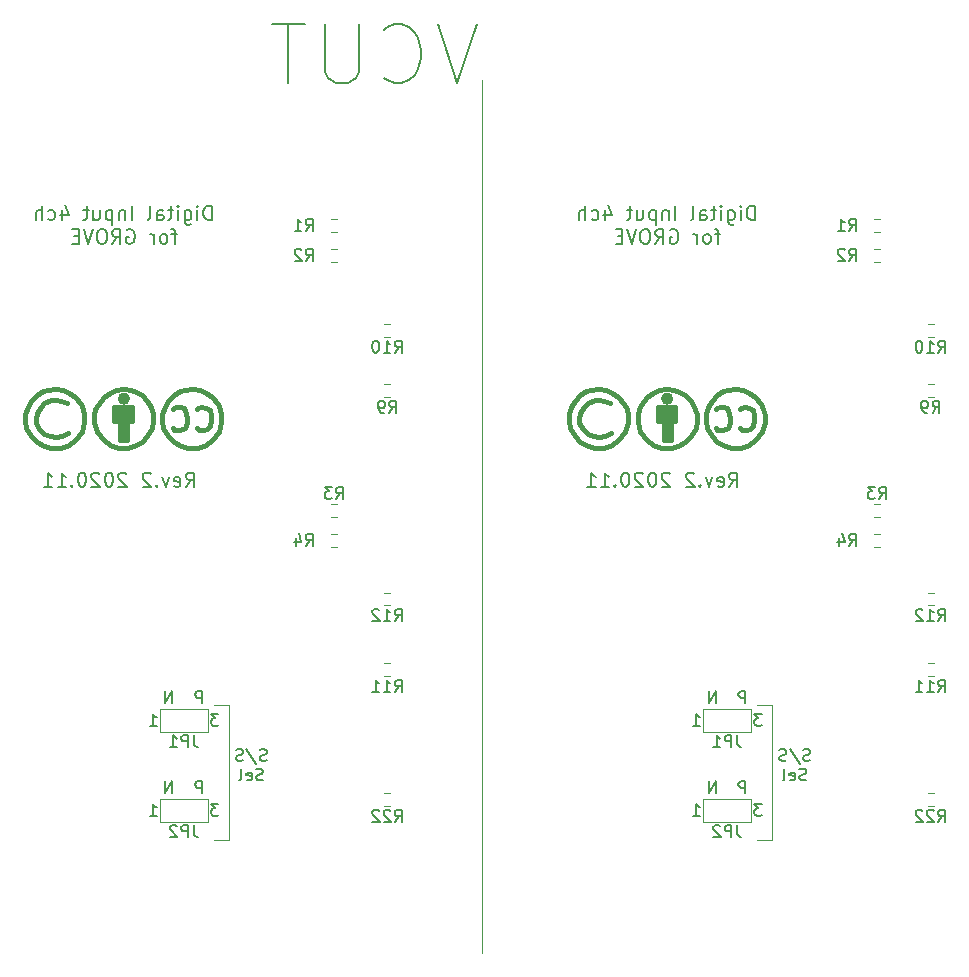
<source format=gbo>
G04 #@! TF.GenerationSoftware,KiCad,Pcbnew,(5.1.8)-1*
G04 #@! TF.CreationDate,2020-11-28T16:02:08+09:00*
G04 #@! TF.ProjectId,DigitalInput4chS,44696769-7461-46c4-996e-707574346368,2*
G04 #@! TF.SameCoordinates,Original*
G04 #@! TF.FileFunction,Legend,Bot*
G04 #@! TF.FilePolarity,Positive*
%FSLAX46Y46*%
G04 Gerber Fmt 4.6, Leading zero omitted, Abs format (unit mm)*
G04 Created by KiCad (PCBNEW (5.1.8)-1) date 2020-11-28 16:02:08*
%MOMM*%
%LPD*%
G01*
G04 APERTURE LIST*
%ADD10C,0.120000*%
%ADD11C,0.150000*%
%ADD12C,0.200000*%
%ADD13C,0.381000*%
G04 APERTURE END LIST*
D10*
X129590000Y-155460000D02*
X128320000Y-155460000D01*
X128320000Y-144030000D02*
X129590000Y-144030000D01*
X129590000Y-144030000D02*
X129590000Y-155460000D01*
D11*
X127311904Y-151467380D02*
X127311904Y-150467380D01*
X126930952Y-150467380D01*
X126835714Y-150515000D01*
X126788095Y-150562619D01*
X126740476Y-150657857D01*
X126740476Y-150800714D01*
X126788095Y-150895952D01*
X126835714Y-150943571D01*
X126930952Y-150991190D01*
X127311904Y-150991190D01*
X127311904Y-143847380D02*
X127311904Y-142847380D01*
X126930952Y-142847380D01*
X126835714Y-142895000D01*
X126788095Y-142942619D01*
X126740476Y-143037857D01*
X126740476Y-143180714D01*
X126788095Y-143275952D01*
X126835714Y-143323571D01*
X126930952Y-143371190D01*
X127311904Y-143371190D01*
X124795714Y-143847380D02*
X124795714Y-142847380D01*
X124224285Y-143847380D01*
X124224285Y-142847380D01*
X132780714Y-148689761D02*
X132637857Y-148737380D01*
X132399761Y-148737380D01*
X132304523Y-148689761D01*
X132256904Y-148642142D01*
X132209285Y-148546904D01*
X132209285Y-148451666D01*
X132256904Y-148356428D01*
X132304523Y-148308809D01*
X132399761Y-148261190D01*
X132590238Y-148213571D01*
X132685476Y-148165952D01*
X132733095Y-148118333D01*
X132780714Y-148023095D01*
X132780714Y-147927857D01*
X132733095Y-147832619D01*
X132685476Y-147785000D01*
X132590238Y-147737380D01*
X132352142Y-147737380D01*
X132209285Y-147785000D01*
X131066428Y-147689761D02*
X131923571Y-148975476D01*
X130780714Y-148689761D02*
X130637857Y-148737380D01*
X130399761Y-148737380D01*
X130304523Y-148689761D01*
X130256904Y-148642142D01*
X130209285Y-148546904D01*
X130209285Y-148451666D01*
X130256904Y-148356428D01*
X130304523Y-148308809D01*
X130399761Y-148261190D01*
X130590238Y-148213571D01*
X130685476Y-148165952D01*
X130733095Y-148118333D01*
X130780714Y-148023095D01*
X130780714Y-147927857D01*
X130733095Y-147832619D01*
X130685476Y-147785000D01*
X130590238Y-147737380D01*
X130352142Y-147737380D01*
X130209285Y-147785000D01*
X132471190Y-150339761D02*
X132328333Y-150387380D01*
X132090238Y-150387380D01*
X131995000Y-150339761D01*
X131947380Y-150292142D01*
X131899761Y-150196904D01*
X131899761Y-150101666D01*
X131947380Y-150006428D01*
X131995000Y-149958809D01*
X132090238Y-149911190D01*
X132280714Y-149863571D01*
X132375952Y-149815952D01*
X132423571Y-149768333D01*
X132471190Y-149673095D01*
X132471190Y-149577857D01*
X132423571Y-149482619D01*
X132375952Y-149435000D01*
X132280714Y-149387380D01*
X132042619Y-149387380D01*
X131899761Y-149435000D01*
X131090238Y-150339761D02*
X131185476Y-150387380D01*
X131375952Y-150387380D01*
X131471190Y-150339761D01*
X131518809Y-150244523D01*
X131518809Y-149863571D01*
X131471190Y-149768333D01*
X131375952Y-149720714D01*
X131185476Y-149720714D01*
X131090238Y-149768333D01*
X131042619Y-149863571D01*
X131042619Y-149958809D01*
X131518809Y-150054047D01*
X130471190Y-150387380D02*
X130566428Y-150339761D01*
X130614047Y-150244523D01*
X130614047Y-149387380D01*
D12*
X125948571Y-125522857D02*
X126348571Y-124951428D01*
X126634285Y-125522857D02*
X126634285Y-124322857D01*
X126177142Y-124322857D01*
X126062857Y-124380000D01*
X126005714Y-124437142D01*
X125948571Y-124551428D01*
X125948571Y-124722857D01*
X126005714Y-124837142D01*
X126062857Y-124894285D01*
X126177142Y-124951428D01*
X126634285Y-124951428D01*
X124977142Y-125465714D02*
X125091428Y-125522857D01*
X125320000Y-125522857D01*
X125434285Y-125465714D01*
X125491428Y-125351428D01*
X125491428Y-124894285D01*
X125434285Y-124780000D01*
X125320000Y-124722857D01*
X125091428Y-124722857D01*
X124977142Y-124780000D01*
X124920000Y-124894285D01*
X124920000Y-125008571D01*
X125491428Y-125122857D01*
X124520000Y-124722857D02*
X124234285Y-125522857D01*
X123948571Y-124722857D01*
X123491428Y-125408571D02*
X123434285Y-125465714D01*
X123491428Y-125522857D01*
X123548571Y-125465714D01*
X123491428Y-125408571D01*
X123491428Y-125522857D01*
X122977142Y-124437142D02*
X122920000Y-124380000D01*
X122805714Y-124322857D01*
X122520000Y-124322857D01*
X122405714Y-124380000D01*
X122348571Y-124437142D01*
X122291428Y-124551428D01*
X122291428Y-124665714D01*
X122348571Y-124837142D01*
X123034285Y-125522857D01*
X122291428Y-125522857D01*
X120920000Y-124437142D02*
X120862857Y-124380000D01*
X120748571Y-124322857D01*
X120462857Y-124322857D01*
X120348571Y-124380000D01*
X120291428Y-124437142D01*
X120234285Y-124551428D01*
X120234285Y-124665714D01*
X120291428Y-124837142D01*
X120977142Y-125522857D01*
X120234285Y-125522857D01*
X119491428Y-124322857D02*
X119377142Y-124322857D01*
X119262857Y-124380000D01*
X119205714Y-124437142D01*
X119148571Y-124551428D01*
X119091428Y-124780000D01*
X119091428Y-125065714D01*
X119148571Y-125294285D01*
X119205714Y-125408571D01*
X119262857Y-125465714D01*
X119377142Y-125522857D01*
X119491428Y-125522857D01*
X119605714Y-125465714D01*
X119662857Y-125408571D01*
X119720000Y-125294285D01*
X119777142Y-125065714D01*
X119777142Y-124780000D01*
X119720000Y-124551428D01*
X119662857Y-124437142D01*
X119605714Y-124380000D01*
X119491428Y-124322857D01*
X118634285Y-124437142D02*
X118577142Y-124380000D01*
X118462857Y-124322857D01*
X118177142Y-124322857D01*
X118062857Y-124380000D01*
X118005714Y-124437142D01*
X117948571Y-124551428D01*
X117948571Y-124665714D01*
X118005714Y-124837142D01*
X118691428Y-125522857D01*
X117948571Y-125522857D01*
X117205714Y-124322857D02*
X117091428Y-124322857D01*
X116977142Y-124380000D01*
X116920000Y-124437142D01*
X116862857Y-124551428D01*
X116805714Y-124780000D01*
X116805714Y-125065714D01*
X116862857Y-125294285D01*
X116920000Y-125408571D01*
X116977142Y-125465714D01*
X117091428Y-125522857D01*
X117205714Y-125522857D01*
X117320000Y-125465714D01*
X117377142Y-125408571D01*
X117434285Y-125294285D01*
X117491428Y-125065714D01*
X117491428Y-124780000D01*
X117434285Y-124551428D01*
X117377142Y-124437142D01*
X117320000Y-124380000D01*
X117205714Y-124322857D01*
X116291428Y-125408571D02*
X116234285Y-125465714D01*
X116291428Y-125522857D01*
X116348571Y-125465714D01*
X116291428Y-125408571D01*
X116291428Y-125522857D01*
X115091428Y-125522857D02*
X115777142Y-125522857D01*
X115434285Y-125522857D02*
X115434285Y-124322857D01*
X115548571Y-124494285D01*
X115662857Y-124608571D01*
X115777142Y-124665714D01*
X113948571Y-125522857D02*
X114634285Y-125522857D01*
X114291428Y-125522857D02*
X114291428Y-124322857D01*
X114405714Y-124494285D01*
X114520000Y-124608571D01*
X114634285Y-124665714D01*
D11*
X124795714Y-151467380D02*
X124795714Y-150467380D01*
X124224285Y-151467380D01*
X124224285Y-150467380D01*
D12*
X128128571Y-102932857D02*
X128128571Y-101732857D01*
X127842857Y-101732857D01*
X127671428Y-101790000D01*
X127557142Y-101904285D01*
X127500000Y-102018571D01*
X127442857Y-102247142D01*
X127442857Y-102418571D01*
X127500000Y-102647142D01*
X127557142Y-102761428D01*
X127671428Y-102875714D01*
X127842857Y-102932857D01*
X128128571Y-102932857D01*
X126928571Y-102932857D02*
X126928571Y-102132857D01*
X126928571Y-101732857D02*
X126985714Y-101790000D01*
X126928571Y-101847142D01*
X126871428Y-101790000D01*
X126928571Y-101732857D01*
X126928571Y-101847142D01*
X125842857Y-102132857D02*
X125842857Y-103104285D01*
X125900000Y-103218571D01*
X125957142Y-103275714D01*
X126071428Y-103332857D01*
X126242857Y-103332857D01*
X126357142Y-103275714D01*
X125842857Y-102875714D02*
X125957142Y-102932857D01*
X126185714Y-102932857D01*
X126300000Y-102875714D01*
X126357142Y-102818571D01*
X126414285Y-102704285D01*
X126414285Y-102361428D01*
X126357142Y-102247142D01*
X126300000Y-102190000D01*
X126185714Y-102132857D01*
X125957142Y-102132857D01*
X125842857Y-102190000D01*
X125271428Y-102932857D02*
X125271428Y-102132857D01*
X125271428Y-101732857D02*
X125328571Y-101790000D01*
X125271428Y-101847142D01*
X125214285Y-101790000D01*
X125271428Y-101732857D01*
X125271428Y-101847142D01*
X124871428Y-102132857D02*
X124414285Y-102132857D01*
X124700000Y-101732857D02*
X124700000Y-102761428D01*
X124642857Y-102875714D01*
X124528571Y-102932857D01*
X124414285Y-102932857D01*
X123500000Y-102932857D02*
X123500000Y-102304285D01*
X123557142Y-102190000D01*
X123671428Y-102132857D01*
X123900000Y-102132857D01*
X124014285Y-102190000D01*
X123500000Y-102875714D02*
X123614285Y-102932857D01*
X123900000Y-102932857D01*
X124014285Y-102875714D01*
X124071428Y-102761428D01*
X124071428Y-102647142D01*
X124014285Y-102532857D01*
X123900000Y-102475714D01*
X123614285Y-102475714D01*
X123500000Y-102418571D01*
X122757142Y-102932857D02*
X122871428Y-102875714D01*
X122928571Y-102761428D01*
X122928571Y-101732857D01*
X121385714Y-102932857D02*
X121385714Y-101732857D01*
X120814285Y-102132857D02*
X120814285Y-102932857D01*
X120814285Y-102247142D02*
X120757142Y-102190000D01*
X120642857Y-102132857D01*
X120471428Y-102132857D01*
X120357142Y-102190000D01*
X120300000Y-102304285D01*
X120300000Y-102932857D01*
X119728571Y-102132857D02*
X119728571Y-103332857D01*
X119728571Y-102190000D02*
X119614285Y-102132857D01*
X119385714Y-102132857D01*
X119271428Y-102190000D01*
X119214285Y-102247142D01*
X119157142Y-102361428D01*
X119157142Y-102704285D01*
X119214285Y-102818571D01*
X119271428Y-102875714D01*
X119385714Y-102932857D01*
X119614285Y-102932857D01*
X119728571Y-102875714D01*
X118128571Y-102132857D02*
X118128571Y-102932857D01*
X118642857Y-102132857D02*
X118642857Y-102761428D01*
X118585714Y-102875714D01*
X118471428Y-102932857D01*
X118300000Y-102932857D01*
X118185714Y-102875714D01*
X118128571Y-102818571D01*
X117728571Y-102132857D02*
X117271428Y-102132857D01*
X117557142Y-101732857D02*
X117557142Y-102761428D01*
X117500000Y-102875714D01*
X117385714Y-102932857D01*
X117271428Y-102932857D01*
X115442857Y-102132857D02*
X115442857Y-102932857D01*
X115728571Y-101675714D02*
X116014285Y-102532857D01*
X115271428Y-102532857D01*
X114300000Y-102875714D02*
X114414285Y-102932857D01*
X114642857Y-102932857D01*
X114757142Y-102875714D01*
X114814285Y-102818571D01*
X114871428Y-102704285D01*
X114871428Y-102361428D01*
X114814285Y-102247142D01*
X114757142Y-102190000D01*
X114642857Y-102132857D01*
X114414285Y-102132857D01*
X114300000Y-102190000D01*
X113785714Y-102932857D02*
X113785714Y-101732857D01*
X113271428Y-102932857D02*
X113271428Y-102304285D01*
X113328571Y-102190000D01*
X113442857Y-102132857D01*
X113614285Y-102132857D01*
X113728571Y-102190000D01*
X113785714Y-102247142D01*
X125185714Y-104132857D02*
X124728571Y-104132857D01*
X125014285Y-104932857D02*
X125014285Y-103904285D01*
X124957142Y-103790000D01*
X124842857Y-103732857D01*
X124728571Y-103732857D01*
X124157142Y-104932857D02*
X124271428Y-104875714D01*
X124328571Y-104818571D01*
X124385714Y-104704285D01*
X124385714Y-104361428D01*
X124328571Y-104247142D01*
X124271428Y-104190000D01*
X124157142Y-104132857D01*
X123985714Y-104132857D01*
X123871428Y-104190000D01*
X123814285Y-104247142D01*
X123757142Y-104361428D01*
X123757142Y-104704285D01*
X123814285Y-104818571D01*
X123871428Y-104875714D01*
X123985714Y-104932857D01*
X124157142Y-104932857D01*
X123242857Y-104932857D02*
X123242857Y-104132857D01*
X123242857Y-104361428D02*
X123185714Y-104247142D01*
X123128571Y-104190000D01*
X123014285Y-104132857D01*
X122900000Y-104132857D01*
X120957142Y-103790000D02*
X121071428Y-103732857D01*
X121242857Y-103732857D01*
X121414285Y-103790000D01*
X121528571Y-103904285D01*
X121585714Y-104018571D01*
X121642857Y-104247142D01*
X121642857Y-104418571D01*
X121585714Y-104647142D01*
X121528571Y-104761428D01*
X121414285Y-104875714D01*
X121242857Y-104932857D01*
X121128571Y-104932857D01*
X120957142Y-104875714D01*
X120900000Y-104818571D01*
X120900000Y-104418571D01*
X121128571Y-104418571D01*
X119700000Y-104932857D02*
X120100000Y-104361428D01*
X120385714Y-104932857D02*
X120385714Y-103732857D01*
X119928571Y-103732857D01*
X119814285Y-103790000D01*
X119757142Y-103847142D01*
X119700000Y-103961428D01*
X119700000Y-104132857D01*
X119757142Y-104247142D01*
X119814285Y-104304285D01*
X119928571Y-104361428D01*
X120385714Y-104361428D01*
X118957142Y-103732857D02*
X118728571Y-103732857D01*
X118614285Y-103790000D01*
X118500000Y-103904285D01*
X118442857Y-104132857D01*
X118442857Y-104532857D01*
X118500000Y-104761428D01*
X118614285Y-104875714D01*
X118728571Y-104932857D01*
X118957142Y-104932857D01*
X119071428Y-104875714D01*
X119185714Y-104761428D01*
X119242857Y-104532857D01*
X119242857Y-104132857D01*
X119185714Y-103904285D01*
X119071428Y-103790000D01*
X118957142Y-103732857D01*
X118100000Y-103732857D02*
X117700000Y-104932857D01*
X117300000Y-103732857D01*
X116900000Y-104304285D02*
X116500000Y-104304285D01*
X116328571Y-104932857D02*
X116900000Y-104932857D01*
X116900000Y-103732857D01*
X116328571Y-103732857D01*
D11*
X81311904Y-151467380D02*
X81311904Y-150467380D01*
X80930952Y-150467380D01*
X80835714Y-150515000D01*
X80788095Y-150562619D01*
X80740476Y-150657857D01*
X80740476Y-150800714D01*
X80788095Y-150895952D01*
X80835714Y-150943571D01*
X80930952Y-150991190D01*
X81311904Y-150991190D01*
X78795714Y-143847380D02*
X78795714Y-142847380D01*
X78224285Y-143847380D01*
X78224285Y-142847380D01*
D12*
X82128571Y-102932857D02*
X82128571Y-101732857D01*
X81842857Y-101732857D01*
X81671428Y-101790000D01*
X81557142Y-101904285D01*
X81500000Y-102018571D01*
X81442857Y-102247142D01*
X81442857Y-102418571D01*
X81500000Y-102647142D01*
X81557142Y-102761428D01*
X81671428Y-102875714D01*
X81842857Y-102932857D01*
X82128571Y-102932857D01*
X80928571Y-102932857D02*
X80928571Y-102132857D01*
X80928571Y-101732857D02*
X80985714Y-101790000D01*
X80928571Y-101847142D01*
X80871428Y-101790000D01*
X80928571Y-101732857D01*
X80928571Y-101847142D01*
X79842857Y-102132857D02*
X79842857Y-103104285D01*
X79900000Y-103218571D01*
X79957142Y-103275714D01*
X80071428Y-103332857D01*
X80242857Y-103332857D01*
X80357142Y-103275714D01*
X79842857Y-102875714D02*
X79957142Y-102932857D01*
X80185714Y-102932857D01*
X80300000Y-102875714D01*
X80357142Y-102818571D01*
X80414285Y-102704285D01*
X80414285Y-102361428D01*
X80357142Y-102247142D01*
X80300000Y-102190000D01*
X80185714Y-102132857D01*
X79957142Y-102132857D01*
X79842857Y-102190000D01*
X79271428Y-102932857D02*
X79271428Y-102132857D01*
X79271428Y-101732857D02*
X79328571Y-101790000D01*
X79271428Y-101847142D01*
X79214285Y-101790000D01*
X79271428Y-101732857D01*
X79271428Y-101847142D01*
X78871428Y-102132857D02*
X78414285Y-102132857D01*
X78700000Y-101732857D02*
X78700000Y-102761428D01*
X78642857Y-102875714D01*
X78528571Y-102932857D01*
X78414285Y-102932857D01*
X77500000Y-102932857D02*
X77500000Y-102304285D01*
X77557142Y-102190000D01*
X77671428Y-102132857D01*
X77900000Y-102132857D01*
X78014285Y-102190000D01*
X77500000Y-102875714D02*
X77614285Y-102932857D01*
X77900000Y-102932857D01*
X78014285Y-102875714D01*
X78071428Y-102761428D01*
X78071428Y-102647142D01*
X78014285Y-102532857D01*
X77900000Y-102475714D01*
X77614285Y-102475714D01*
X77500000Y-102418571D01*
X76757142Y-102932857D02*
X76871428Y-102875714D01*
X76928571Y-102761428D01*
X76928571Y-101732857D01*
X75385714Y-102932857D02*
X75385714Y-101732857D01*
X74814285Y-102132857D02*
X74814285Y-102932857D01*
X74814285Y-102247142D02*
X74757142Y-102190000D01*
X74642857Y-102132857D01*
X74471428Y-102132857D01*
X74357142Y-102190000D01*
X74300000Y-102304285D01*
X74300000Y-102932857D01*
X73728571Y-102132857D02*
X73728571Y-103332857D01*
X73728571Y-102190000D02*
X73614285Y-102132857D01*
X73385714Y-102132857D01*
X73271428Y-102190000D01*
X73214285Y-102247142D01*
X73157142Y-102361428D01*
X73157142Y-102704285D01*
X73214285Y-102818571D01*
X73271428Y-102875714D01*
X73385714Y-102932857D01*
X73614285Y-102932857D01*
X73728571Y-102875714D01*
X72128571Y-102132857D02*
X72128571Y-102932857D01*
X72642857Y-102132857D02*
X72642857Y-102761428D01*
X72585714Y-102875714D01*
X72471428Y-102932857D01*
X72300000Y-102932857D01*
X72185714Y-102875714D01*
X72128571Y-102818571D01*
X71728571Y-102132857D02*
X71271428Y-102132857D01*
X71557142Y-101732857D02*
X71557142Y-102761428D01*
X71500000Y-102875714D01*
X71385714Y-102932857D01*
X71271428Y-102932857D01*
X69442857Y-102132857D02*
X69442857Y-102932857D01*
X69728571Y-101675714D02*
X70014285Y-102532857D01*
X69271428Y-102532857D01*
X68300000Y-102875714D02*
X68414285Y-102932857D01*
X68642857Y-102932857D01*
X68757142Y-102875714D01*
X68814285Y-102818571D01*
X68871428Y-102704285D01*
X68871428Y-102361428D01*
X68814285Y-102247142D01*
X68757142Y-102190000D01*
X68642857Y-102132857D01*
X68414285Y-102132857D01*
X68300000Y-102190000D01*
X67785714Y-102932857D02*
X67785714Y-101732857D01*
X67271428Y-102932857D02*
X67271428Y-102304285D01*
X67328571Y-102190000D01*
X67442857Y-102132857D01*
X67614285Y-102132857D01*
X67728571Y-102190000D01*
X67785714Y-102247142D01*
X79185714Y-104132857D02*
X78728571Y-104132857D01*
X79014285Y-104932857D02*
X79014285Y-103904285D01*
X78957142Y-103790000D01*
X78842857Y-103732857D01*
X78728571Y-103732857D01*
X78157142Y-104932857D02*
X78271428Y-104875714D01*
X78328571Y-104818571D01*
X78385714Y-104704285D01*
X78385714Y-104361428D01*
X78328571Y-104247142D01*
X78271428Y-104190000D01*
X78157142Y-104132857D01*
X77985714Y-104132857D01*
X77871428Y-104190000D01*
X77814285Y-104247142D01*
X77757142Y-104361428D01*
X77757142Y-104704285D01*
X77814285Y-104818571D01*
X77871428Y-104875714D01*
X77985714Y-104932857D01*
X78157142Y-104932857D01*
X77242857Y-104932857D02*
X77242857Y-104132857D01*
X77242857Y-104361428D02*
X77185714Y-104247142D01*
X77128571Y-104190000D01*
X77014285Y-104132857D01*
X76900000Y-104132857D01*
X74957142Y-103790000D02*
X75071428Y-103732857D01*
X75242857Y-103732857D01*
X75414285Y-103790000D01*
X75528571Y-103904285D01*
X75585714Y-104018571D01*
X75642857Y-104247142D01*
X75642857Y-104418571D01*
X75585714Y-104647142D01*
X75528571Y-104761428D01*
X75414285Y-104875714D01*
X75242857Y-104932857D01*
X75128571Y-104932857D01*
X74957142Y-104875714D01*
X74900000Y-104818571D01*
X74900000Y-104418571D01*
X75128571Y-104418571D01*
X73700000Y-104932857D02*
X74100000Y-104361428D01*
X74385714Y-104932857D02*
X74385714Y-103732857D01*
X73928571Y-103732857D01*
X73814285Y-103790000D01*
X73757142Y-103847142D01*
X73700000Y-103961428D01*
X73700000Y-104132857D01*
X73757142Y-104247142D01*
X73814285Y-104304285D01*
X73928571Y-104361428D01*
X74385714Y-104361428D01*
X72957142Y-103732857D02*
X72728571Y-103732857D01*
X72614285Y-103790000D01*
X72500000Y-103904285D01*
X72442857Y-104132857D01*
X72442857Y-104532857D01*
X72500000Y-104761428D01*
X72614285Y-104875714D01*
X72728571Y-104932857D01*
X72957142Y-104932857D01*
X73071428Y-104875714D01*
X73185714Y-104761428D01*
X73242857Y-104532857D01*
X73242857Y-104132857D01*
X73185714Y-103904285D01*
X73071428Y-103790000D01*
X72957142Y-103732857D01*
X72100000Y-103732857D02*
X71700000Y-104932857D01*
X71300000Y-103732857D01*
X70900000Y-104304285D02*
X70500000Y-104304285D01*
X70328571Y-104932857D02*
X70900000Y-104932857D01*
X70900000Y-103732857D01*
X70328571Y-103732857D01*
X79948571Y-125522857D02*
X80348571Y-124951428D01*
X80634285Y-125522857D02*
X80634285Y-124322857D01*
X80177142Y-124322857D01*
X80062857Y-124380000D01*
X80005714Y-124437142D01*
X79948571Y-124551428D01*
X79948571Y-124722857D01*
X80005714Y-124837142D01*
X80062857Y-124894285D01*
X80177142Y-124951428D01*
X80634285Y-124951428D01*
X78977142Y-125465714D02*
X79091428Y-125522857D01*
X79320000Y-125522857D01*
X79434285Y-125465714D01*
X79491428Y-125351428D01*
X79491428Y-124894285D01*
X79434285Y-124780000D01*
X79320000Y-124722857D01*
X79091428Y-124722857D01*
X78977142Y-124780000D01*
X78920000Y-124894285D01*
X78920000Y-125008571D01*
X79491428Y-125122857D01*
X78520000Y-124722857D02*
X78234285Y-125522857D01*
X77948571Y-124722857D01*
X77491428Y-125408571D02*
X77434285Y-125465714D01*
X77491428Y-125522857D01*
X77548571Y-125465714D01*
X77491428Y-125408571D01*
X77491428Y-125522857D01*
X76977142Y-124437142D02*
X76920000Y-124380000D01*
X76805714Y-124322857D01*
X76520000Y-124322857D01*
X76405714Y-124380000D01*
X76348571Y-124437142D01*
X76291428Y-124551428D01*
X76291428Y-124665714D01*
X76348571Y-124837142D01*
X77034285Y-125522857D01*
X76291428Y-125522857D01*
X74920000Y-124437142D02*
X74862857Y-124380000D01*
X74748571Y-124322857D01*
X74462857Y-124322857D01*
X74348571Y-124380000D01*
X74291428Y-124437142D01*
X74234285Y-124551428D01*
X74234285Y-124665714D01*
X74291428Y-124837142D01*
X74977142Y-125522857D01*
X74234285Y-125522857D01*
X73491428Y-124322857D02*
X73377142Y-124322857D01*
X73262857Y-124380000D01*
X73205714Y-124437142D01*
X73148571Y-124551428D01*
X73091428Y-124780000D01*
X73091428Y-125065714D01*
X73148571Y-125294285D01*
X73205714Y-125408571D01*
X73262857Y-125465714D01*
X73377142Y-125522857D01*
X73491428Y-125522857D01*
X73605714Y-125465714D01*
X73662857Y-125408571D01*
X73720000Y-125294285D01*
X73777142Y-125065714D01*
X73777142Y-124780000D01*
X73720000Y-124551428D01*
X73662857Y-124437142D01*
X73605714Y-124380000D01*
X73491428Y-124322857D01*
X72634285Y-124437142D02*
X72577142Y-124380000D01*
X72462857Y-124322857D01*
X72177142Y-124322857D01*
X72062857Y-124380000D01*
X72005714Y-124437142D01*
X71948571Y-124551428D01*
X71948571Y-124665714D01*
X72005714Y-124837142D01*
X72691428Y-125522857D01*
X71948571Y-125522857D01*
X71205714Y-124322857D02*
X71091428Y-124322857D01*
X70977142Y-124380000D01*
X70920000Y-124437142D01*
X70862857Y-124551428D01*
X70805714Y-124780000D01*
X70805714Y-125065714D01*
X70862857Y-125294285D01*
X70920000Y-125408571D01*
X70977142Y-125465714D01*
X71091428Y-125522857D01*
X71205714Y-125522857D01*
X71320000Y-125465714D01*
X71377142Y-125408571D01*
X71434285Y-125294285D01*
X71491428Y-125065714D01*
X71491428Y-124780000D01*
X71434285Y-124551428D01*
X71377142Y-124437142D01*
X71320000Y-124380000D01*
X71205714Y-124322857D01*
X70291428Y-125408571D02*
X70234285Y-125465714D01*
X70291428Y-125522857D01*
X70348571Y-125465714D01*
X70291428Y-125408571D01*
X70291428Y-125522857D01*
X69091428Y-125522857D02*
X69777142Y-125522857D01*
X69434285Y-125522857D02*
X69434285Y-124322857D01*
X69548571Y-124494285D01*
X69662857Y-124608571D01*
X69777142Y-124665714D01*
X67948571Y-125522857D02*
X68634285Y-125522857D01*
X68291428Y-125522857D02*
X68291428Y-124322857D01*
X68405714Y-124494285D01*
X68520000Y-124608571D01*
X68634285Y-124665714D01*
D11*
X78795714Y-151467380D02*
X78795714Y-150467380D01*
X78224285Y-151467380D01*
X78224285Y-150467380D01*
X86780714Y-148689761D02*
X86637857Y-148737380D01*
X86399761Y-148737380D01*
X86304523Y-148689761D01*
X86256904Y-148642142D01*
X86209285Y-148546904D01*
X86209285Y-148451666D01*
X86256904Y-148356428D01*
X86304523Y-148308809D01*
X86399761Y-148261190D01*
X86590238Y-148213571D01*
X86685476Y-148165952D01*
X86733095Y-148118333D01*
X86780714Y-148023095D01*
X86780714Y-147927857D01*
X86733095Y-147832619D01*
X86685476Y-147785000D01*
X86590238Y-147737380D01*
X86352142Y-147737380D01*
X86209285Y-147785000D01*
X85066428Y-147689761D02*
X85923571Y-148975476D01*
X84780714Y-148689761D02*
X84637857Y-148737380D01*
X84399761Y-148737380D01*
X84304523Y-148689761D01*
X84256904Y-148642142D01*
X84209285Y-148546904D01*
X84209285Y-148451666D01*
X84256904Y-148356428D01*
X84304523Y-148308809D01*
X84399761Y-148261190D01*
X84590238Y-148213571D01*
X84685476Y-148165952D01*
X84733095Y-148118333D01*
X84780714Y-148023095D01*
X84780714Y-147927857D01*
X84733095Y-147832619D01*
X84685476Y-147785000D01*
X84590238Y-147737380D01*
X84352142Y-147737380D01*
X84209285Y-147785000D01*
X86471190Y-150339761D02*
X86328333Y-150387380D01*
X86090238Y-150387380D01*
X85995000Y-150339761D01*
X85947380Y-150292142D01*
X85899761Y-150196904D01*
X85899761Y-150101666D01*
X85947380Y-150006428D01*
X85995000Y-149958809D01*
X86090238Y-149911190D01*
X86280714Y-149863571D01*
X86375952Y-149815952D01*
X86423571Y-149768333D01*
X86471190Y-149673095D01*
X86471190Y-149577857D01*
X86423571Y-149482619D01*
X86375952Y-149435000D01*
X86280714Y-149387380D01*
X86042619Y-149387380D01*
X85899761Y-149435000D01*
X85090238Y-150339761D02*
X85185476Y-150387380D01*
X85375952Y-150387380D01*
X85471190Y-150339761D01*
X85518809Y-150244523D01*
X85518809Y-149863571D01*
X85471190Y-149768333D01*
X85375952Y-149720714D01*
X85185476Y-149720714D01*
X85090238Y-149768333D01*
X85042619Y-149863571D01*
X85042619Y-149958809D01*
X85518809Y-150054047D01*
X84471190Y-150387380D02*
X84566428Y-150339761D01*
X84614047Y-150244523D01*
X84614047Y-149387380D01*
X81311904Y-143847380D02*
X81311904Y-142847380D01*
X80930952Y-142847380D01*
X80835714Y-142895000D01*
X80788095Y-142942619D01*
X80740476Y-143037857D01*
X80740476Y-143180714D01*
X80788095Y-143275952D01*
X80835714Y-143323571D01*
X80930952Y-143371190D01*
X81311904Y-143371190D01*
D10*
X83590000Y-144030000D02*
X83590000Y-155460000D01*
X83590000Y-155460000D02*
X82320000Y-155460000D01*
X82320000Y-144030000D02*
X83590000Y-144030000D01*
X105000000Y-91100000D02*
X105000000Y-165000000D01*
D11*
X104590476Y-86361904D02*
X102923809Y-91361904D01*
X101257142Y-86361904D01*
X96733333Y-90885714D02*
X96971428Y-91123809D01*
X97685714Y-91361904D01*
X98161904Y-91361904D01*
X98876190Y-91123809D01*
X99352380Y-90647619D01*
X99590476Y-90171428D01*
X99828571Y-89219047D01*
X99828571Y-88504761D01*
X99590476Y-87552380D01*
X99352380Y-87076190D01*
X98876190Y-86600000D01*
X98161904Y-86361904D01*
X97685714Y-86361904D01*
X96971428Y-86600000D01*
X96733333Y-86838095D01*
X94590476Y-86361904D02*
X94590476Y-90409523D01*
X94352380Y-90885714D01*
X94114285Y-91123809D01*
X93638095Y-91361904D01*
X92685714Y-91361904D01*
X92209523Y-91123809D01*
X91971428Y-90885714D01*
X91733333Y-90409523D01*
X91733333Y-86361904D01*
X90066666Y-86361904D02*
X87209523Y-86361904D01*
X88638095Y-91361904D02*
X88638095Y-86361904D01*
D10*
X142745276Y-140477500D02*
X143254724Y-140477500D01*
X142745276Y-141522500D02*
X143254724Y-141522500D01*
X142745276Y-116837500D02*
X143254724Y-116837500D01*
X142745276Y-117882500D02*
X143254724Y-117882500D01*
X142745276Y-151477500D02*
X143254724Y-151477500D01*
X142745276Y-152522500D02*
X143254724Y-152522500D01*
D13*
X124954360Y-121748180D02*
X124456520Y-121250340D01*
X128655140Y-118550320D02*
X128855800Y-118949100D01*
X124456520Y-118248060D02*
X124954360Y-117750220D01*
X126056720Y-120147980D02*
X125856060Y-120549300D01*
X128055700Y-119449480D02*
X128055700Y-119848260D01*
X123956140Y-119350420D02*
X124154260Y-118748440D01*
X126854280Y-118949100D02*
X126955880Y-118850040D01*
X127755980Y-120648360D02*
X127456260Y-120749960D01*
X127054940Y-120749960D02*
X126854280Y-120549300D01*
X126155780Y-122248560D02*
X125556340Y-122050440D01*
X125454740Y-117447960D02*
X125856060Y-117348900D01*
X125856060Y-117348900D02*
X126455500Y-117249840D01*
X125754460Y-118850040D02*
X125955120Y-119248820D01*
X125556340Y-122050440D02*
X124954360Y-121748180D01*
X124954360Y-118850040D02*
X125155020Y-118748440D01*
X125155020Y-118748440D02*
X125454740Y-118748440D01*
X128954860Y-120048920D02*
X128756740Y-120849020D01*
X123956140Y-119949860D02*
X123956140Y-119350420D01*
X125256620Y-120749960D02*
X124954360Y-120749960D01*
X125454740Y-120749960D02*
X125256620Y-120749960D01*
X128154760Y-121550060D02*
X127654380Y-121948840D01*
X126955880Y-118850040D02*
X127255600Y-118748440D01*
X126554560Y-117249840D02*
X127156540Y-117348900D01*
X124855300Y-118949100D02*
X124954360Y-118850040D01*
X127654380Y-121948840D02*
X126955880Y-122248560D01*
X126955880Y-122248560D02*
X126155780Y-122248560D01*
X125856060Y-120549300D02*
X125454740Y-120749960D01*
X128954860Y-119449480D02*
X128954860Y-120048920D01*
X127956640Y-120348640D02*
X127755980Y-120648360D01*
X127654380Y-117549560D02*
X128154760Y-117948340D01*
X124456520Y-121250340D02*
X124055200Y-120549300D01*
X127654380Y-118850040D02*
X127956640Y-119048160D01*
X127156540Y-117348900D02*
X127654380Y-117549560D01*
X127255600Y-118748440D02*
X127654380Y-118850040D01*
X128855800Y-118949100D02*
X128954860Y-119449480D01*
X124954360Y-120749960D02*
X124855300Y-120549300D01*
X128055700Y-119848260D02*
X127956640Y-120348640D01*
X124055200Y-120549300D02*
X123956140Y-119949860D01*
X124154260Y-118748440D02*
X124456520Y-118248060D01*
X128154760Y-117948340D02*
X128655140Y-118550320D01*
X127456260Y-120749960D02*
X127054940Y-120749960D01*
X126455500Y-117249840D02*
X126554560Y-117249840D01*
X124954360Y-117750220D02*
X125454740Y-117447960D01*
X128756740Y-120849020D02*
X128154760Y-121550060D01*
X125955120Y-119248820D02*
X126056720Y-119749200D01*
X126056720Y-119749200D02*
X126056720Y-120147980D01*
X125454740Y-118748440D02*
X125754460Y-118850040D01*
X127956640Y-119048160D02*
X128055700Y-119449480D01*
X115358380Y-118246460D02*
X115858760Y-118447120D01*
X116557260Y-117946740D02*
X117057640Y-118548720D01*
X113257800Y-120146380D02*
X113257800Y-119747600D01*
X113557520Y-120646760D02*
X113257800Y-120146380D01*
X113257800Y-119747600D02*
X113356860Y-119247220D01*
X113356860Y-119247220D02*
X113659120Y-118746840D01*
X113659120Y-118746840D02*
X113958840Y-118447120D01*
X113958840Y-118447120D02*
X114558280Y-118147400D01*
X113958840Y-121048080D02*
X113557520Y-120646760D01*
X114558280Y-118147400D02*
X114957060Y-118147400D01*
X114858000Y-117248240D02*
X114957060Y-117248240D01*
X114459220Y-121248740D02*
X113958840Y-121048080D01*
X116056880Y-117547960D02*
X116557260Y-117946740D01*
X114957060Y-121347800D02*
X114459220Y-121248740D01*
X114957060Y-118147400D02*
X115358380Y-118246460D01*
X115559040Y-117347300D02*
X116056880Y-117547960D01*
X117057640Y-118548720D02*
X117258300Y-118947500D01*
X114957060Y-117248240D02*
X115559040Y-117347300D01*
X117258300Y-118947500D02*
X117357360Y-119447880D01*
X117357360Y-119447880D02*
X117357360Y-120047320D01*
X115957820Y-120946480D02*
X115457440Y-121248740D01*
X115457440Y-121248740D02*
X114957060Y-121347800D01*
X117357360Y-120047320D02*
X117159240Y-120847420D01*
X117159240Y-120847420D02*
X116557260Y-121548460D01*
X116557260Y-121548460D02*
X116056880Y-121947240D01*
X112358640Y-119348820D02*
X112556760Y-118746840D01*
X114558280Y-122246960D02*
X113958840Y-122048840D01*
X113356860Y-121746580D02*
X112859020Y-121248740D01*
X113356860Y-117748620D02*
X113857240Y-117446360D01*
X112859020Y-118246460D02*
X113356860Y-117748620D01*
X112358640Y-119948260D02*
X112358640Y-119348820D01*
X114258560Y-117347300D02*
X114858000Y-117248240D01*
X115358380Y-122246960D02*
X114558280Y-122246960D01*
X112556760Y-118746840D02*
X112859020Y-118246460D01*
X113857240Y-117446360D02*
X114258560Y-117347300D01*
X116056880Y-121947240D02*
X115358380Y-122246960D01*
X112457700Y-120547700D02*
X112358640Y-119948260D01*
X113958840Y-122048840D02*
X113356860Y-121746580D01*
X112859020Y-121248740D02*
X112457700Y-120547700D01*
X119000740Y-121566240D02*
X119501120Y-121965020D01*
X119899900Y-118764620D02*
X121401040Y-118764620D01*
X121401040Y-118764620D02*
X121401040Y-119966040D01*
X121015666Y-118066120D02*
G75*
G03*
X121015666Y-118066120I-315666J0D01*
G01*
X120999720Y-122264740D02*
X121599160Y-122066620D01*
X120600940Y-117266020D02*
X119998960Y-117365080D01*
X120400280Y-121566240D02*
X120900660Y-121566240D01*
X120400280Y-120065100D02*
X120400280Y-121566240D01*
X118299700Y-118965280D02*
X118200640Y-119465660D01*
X118398760Y-120865200D02*
X119000740Y-121566240D01*
X122698980Y-121266520D02*
X123100300Y-120565480D01*
X120999720Y-121566240D02*
X120999720Y-119966040D01*
X118200640Y-120065100D02*
X118398760Y-120865200D01*
X120199620Y-122264740D02*
X120999720Y-122264740D01*
X123199360Y-119966040D02*
X123199360Y-119366600D01*
X122201140Y-117766400D02*
X121700760Y-117464140D01*
X119998960Y-117365080D02*
X119501120Y-117565740D01*
X121700760Y-117464140D02*
X121299440Y-117365080D01*
X121299440Y-117365080D02*
X120700000Y-117266020D01*
X119000740Y-117964520D02*
X118500360Y-118566500D01*
X120700000Y-120065100D02*
X120700000Y-121365580D01*
X121200380Y-119366600D02*
X119998960Y-119366600D01*
X119998960Y-119064340D02*
X121299440Y-119064340D01*
X120799060Y-121566240D02*
X120999720Y-121566240D01*
X121401040Y-119966040D02*
X119899900Y-119966040D01*
X119899900Y-119966040D02*
X119899900Y-118764620D01*
X118500360Y-118566500D02*
X118299700Y-118965280D01*
X122201140Y-121764360D02*
X122698980Y-121266520D01*
X123199360Y-119366600D02*
X123001240Y-118764620D01*
X123001240Y-118764620D02*
X122698980Y-118264240D01*
X119899900Y-119666320D02*
X121200380Y-119666320D01*
X121599160Y-122066620D02*
X122201140Y-121764360D01*
X120700000Y-117266020D02*
X120600940Y-117266020D01*
X123100300Y-120565480D02*
X123199360Y-119966040D01*
X119501120Y-121965020D02*
X120199620Y-122264740D01*
X122698980Y-118264240D02*
X122201140Y-117766400D01*
X119501120Y-117565740D02*
X119000740Y-117964520D01*
X118200640Y-119465660D02*
X118200640Y-120065100D01*
X120700000Y-117865460D02*
X120700000Y-118264240D01*
D10*
X142745276Y-134477500D02*
X143254724Y-134477500D01*
X142745276Y-135522500D02*
X143254724Y-135522500D01*
X138734724Y-102867500D02*
X138225276Y-102867500D01*
X138734724Y-103912500D02*
X138225276Y-103912500D01*
X123730000Y-146300000D02*
X127830000Y-146300000D01*
X127830000Y-146300000D02*
X127830000Y-144300000D01*
X127830000Y-144300000D02*
X123730000Y-144300000D01*
X123730000Y-144300000D02*
X123730000Y-146300000D01*
X138734724Y-129537500D02*
X138225276Y-129537500D01*
X138734724Y-130582500D02*
X138225276Y-130582500D01*
X138734724Y-126997500D02*
X138225276Y-126997500D01*
X138734724Y-128042500D02*
X138225276Y-128042500D01*
X138734724Y-105407500D02*
X138225276Y-105407500D01*
X138734724Y-106452500D02*
X138225276Y-106452500D01*
X142745276Y-111757500D02*
X143254724Y-111757500D01*
X142745276Y-112802500D02*
X143254724Y-112802500D01*
X123730000Y-153920000D02*
X127830000Y-153920000D01*
X127830000Y-153920000D02*
X127830000Y-151920000D01*
X127830000Y-151920000D02*
X123730000Y-151920000D01*
X123730000Y-151920000D02*
X123730000Y-153920000D01*
X96745276Y-141522500D02*
X97254724Y-141522500D01*
X96745276Y-140477500D02*
X97254724Y-140477500D01*
X96745276Y-152522500D02*
X97254724Y-152522500D01*
X96745276Y-151477500D02*
X97254724Y-151477500D01*
X96745276Y-117882500D02*
X97254724Y-117882500D01*
X96745276Y-116837500D02*
X97254724Y-116837500D01*
D13*
X74700000Y-117865460D02*
X74700000Y-118264240D01*
X72200640Y-119465660D02*
X72200640Y-120065100D01*
X73501120Y-117565740D02*
X73000740Y-117964520D01*
X76698980Y-118264240D02*
X76201140Y-117766400D01*
X73501120Y-121965020D02*
X74199620Y-122264740D01*
X77100300Y-120565480D02*
X77199360Y-119966040D01*
X74700000Y-117266020D02*
X74600940Y-117266020D01*
X75599160Y-122066620D02*
X76201140Y-121764360D01*
X73899900Y-119666320D02*
X75200380Y-119666320D01*
X77001240Y-118764620D02*
X76698980Y-118264240D01*
X77199360Y-119366600D02*
X77001240Y-118764620D01*
X76201140Y-121764360D02*
X76698980Y-121266520D01*
X72500360Y-118566500D02*
X72299700Y-118965280D01*
X73899900Y-119966040D02*
X73899900Y-118764620D01*
X75401040Y-119966040D02*
X73899900Y-119966040D01*
X74799060Y-121566240D02*
X74999720Y-121566240D01*
X73998960Y-119064340D02*
X75299440Y-119064340D01*
X75200380Y-119366600D02*
X73998960Y-119366600D01*
X74700000Y-120065100D02*
X74700000Y-121365580D01*
X73000740Y-117964520D02*
X72500360Y-118566500D01*
X75299440Y-117365080D02*
X74700000Y-117266020D01*
X75700760Y-117464140D02*
X75299440Y-117365080D01*
X73998960Y-117365080D02*
X73501120Y-117565740D01*
X76201140Y-117766400D02*
X75700760Y-117464140D01*
X77199360Y-119966040D02*
X77199360Y-119366600D01*
X74199620Y-122264740D02*
X74999720Y-122264740D01*
X72200640Y-120065100D02*
X72398760Y-120865200D01*
X74999720Y-121566240D02*
X74999720Y-119966040D01*
X76698980Y-121266520D02*
X77100300Y-120565480D01*
X72398760Y-120865200D02*
X73000740Y-121566240D01*
X72299700Y-118965280D02*
X72200640Y-119465660D01*
X74400280Y-120065100D02*
X74400280Y-121566240D01*
X74400280Y-121566240D02*
X74900660Y-121566240D01*
X74600940Y-117266020D02*
X73998960Y-117365080D01*
X74999720Y-122264740D02*
X75599160Y-122066620D01*
X75015666Y-118066120D02*
G75*
G03*
X75015666Y-118066120I-315666J0D01*
G01*
X75401040Y-118764620D02*
X75401040Y-119966040D01*
X73899900Y-118764620D02*
X75401040Y-118764620D01*
X73000740Y-121566240D02*
X73501120Y-121965020D01*
X66859020Y-121248740D02*
X66457700Y-120547700D01*
X67958840Y-122048840D02*
X67356860Y-121746580D01*
X66457700Y-120547700D02*
X66358640Y-119948260D01*
X70056880Y-121947240D02*
X69358380Y-122246960D01*
X67857240Y-117446360D02*
X68258560Y-117347300D01*
X66556760Y-118746840D02*
X66859020Y-118246460D01*
X69358380Y-122246960D02*
X68558280Y-122246960D01*
X68258560Y-117347300D02*
X68858000Y-117248240D01*
X66358640Y-119948260D02*
X66358640Y-119348820D01*
X66859020Y-118246460D02*
X67356860Y-117748620D01*
X67356860Y-117748620D02*
X67857240Y-117446360D01*
X67356860Y-121746580D02*
X66859020Y-121248740D01*
X68558280Y-122246960D02*
X67958840Y-122048840D01*
X66358640Y-119348820D02*
X66556760Y-118746840D01*
X70557260Y-121548460D02*
X70056880Y-121947240D01*
X71159240Y-120847420D02*
X70557260Y-121548460D01*
X71357360Y-120047320D02*
X71159240Y-120847420D01*
X69457440Y-121248740D02*
X68957060Y-121347800D01*
X69957820Y-120946480D02*
X69457440Y-121248740D01*
X71357360Y-119447880D02*
X71357360Y-120047320D01*
X71258300Y-118947500D02*
X71357360Y-119447880D01*
X68957060Y-117248240D02*
X69559040Y-117347300D01*
X71057640Y-118548720D02*
X71258300Y-118947500D01*
X69559040Y-117347300D02*
X70056880Y-117547960D01*
X68957060Y-118147400D02*
X69358380Y-118246460D01*
X68957060Y-121347800D02*
X68459220Y-121248740D01*
X70056880Y-117547960D02*
X70557260Y-117946740D01*
X68459220Y-121248740D02*
X67958840Y-121048080D01*
X68858000Y-117248240D02*
X68957060Y-117248240D01*
X68558280Y-118147400D02*
X68957060Y-118147400D01*
X67958840Y-121048080D02*
X67557520Y-120646760D01*
X67958840Y-118447120D02*
X68558280Y-118147400D01*
X67659120Y-118746840D02*
X67958840Y-118447120D01*
X67356860Y-119247220D02*
X67659120Y-118746840D01*
X67257800Y-119747600D02*
X67356860Y-119247220D01*
X67557520Y-120646760D02*
X67257800Y-120146380D01*
X67257800Y-120146380D02*
X67257800Y-119747600D01*
X70557260Y-117946740D02*
X71057640Y-118548720D01*
X69358380Y-118246460D02*
X69858760Y-118447120D01*
X81956640Y-119048160D02*
X82055700Y-119449480D01*
X79454740Y-118748440D02*
X79754460Y-118850040D01*
X80056720Y-119749200D02*
X80056720Y-120147980D01*
X79955120Y-119248820D02*
X80056720Y-119749200D01*
X82756740Y-120849020D02*
X82154760Y-121550060D01*
X78954360Y-117750220D02*
X79454740Y-117447960D01*
X80455500Y-117249840D02*
X80554560Y-117249840D01*
X81456260Y-120749960D02*
X81054940Y-120749960D01*
X82154760Y-117948340D02*
X82655140Y-118550320D01*
X78154260Y-118748440D02*
X78456520Y-118248060D01*
X78055200Y-120549300D02*
X77956140Y-119949860D01*
X82055700Y-119848260D02*
X81956640Y-120348640D01*
X78954360Y-120749960D02*
X78855300Y-120549300D01*
X82855800Y-118949100D02*
X82954860Y-119449480D01*
X81255600Y-118748440D02*
X81654380Y-118850040D01*
X81156540Y-117348900D02*
X81654380Y-117549560D01*
X81654380Y-118850040D02*
X81956640Y-119048160D01*
X78456520Y-121250340D02*
X78055200Y-120549300D01*
X81654380Y-117549560D02*
X82154760Y-117948340D01*
X81956640Y-120348640D02*
X81755980Y-120648360D01*
X82954860Y-119449480D02*
X82954860Y-120048920D01*
X79856060Y-120549300D02*
X79454740Y-120749960D01*
X80955880Y-122248560D02*
X80155780Y-122248560D01*
X81654380Y-121948840D02*
X80955880Y-122248560D01*
X78855300Y-118949100D02*
X78954360Y-118850040D01*
X80554560Y-117249840D02*
X81156540Y-117348900D01*
X80955880Y-118850040D02*
X81255600Y-118748440D01*
X82154760Y-121550060D02*
X81654380Y-121948840D01*
X79454740Y-120749960D02*
X79256620Y-120749960D01*
X79256620Y-120749960D02*
X78954360Y-120749960D01*
X77956140Y-119949860D02*
X77956140Y-119350420D01*
X82954860Y-120048920D02*
X82756740Y-120849020D01*
X79155020Y-118748440D02*
X79454740Y-118748440D01*
X78954360Y-118850040D02*
X79155020Y-118748440D01*
X79556340Y-122050440D02*
X78954360Y-121748180D01*
X79754460Y-118850040D02*
X79955120Y-119248820D01*
X79856060Y-117348900D02*
X80455500Y-117249840D01*
X79454740Y-117447960D02*
X79856060Y-117348900D01*
X80155780Y-122248560D02*
X79556340Y-122050440D01*
X81054940Y-120749960D02*
X80854280Y-120549300D01*
X81755980Y-120648360D02*
X81456260Y-120749960D01*
X80854280Y-118949100D02*
X80955880Y-118850040D01*
X77956140Y-119350420D02*
X78154260Y-118748440D01*
X82055700Y-119449480D02*
X82055700Y-119848260D01*
X80056720Y-120147980D02*
X79856060Y-120549300D01*
X78456520Y-118248060D02*
X78954360Y-117750220D01*
X82655140Y-118550320D02*
X82855800Y-118949100D01*
X78954360Y-121748180D02*
X78456520Y-121250340D01*
D10*
X77730000Y-151920000D02*
X77730000Y-153920000D01*
X81830000Y-151920000D02*
X77730000Y-151920000D01*
X81830000Y-153920000D02*
X81830000Y-151920000D01*
X77730000Y-153920000D02*
X81830000Y-153920000D01*
X77730000Y-144300000D02*
X77730000Y-146300000D01*
X81830000Y-144300000D02*
X77730000Y-144300000D01*
X81830000Y-146300000D02*
X81830000Y-144300000D01*
X77730000Y-146300000D02*
X81830000Y-146300000D01*
X96745276Y-112802500D02*
X97254724Y-112802500D01*
X96745276Y-111757500D02*
X97254724Y-111757500D01*
X96745276Y-135522500D02*
X97254724Y-135522500D01*
X96745276Y-134477500D02*
X97254724Y-134477500D01*
X92734724Y-106452500D02*
X92225276Y-106452500D01*
X92734724Y-105407500D02*
X92225276Y-105407500D01*
X92734724Y-103912500D02*
X92225276Y-103912500D01*
X92734724Y-102867500D02*
X92225276Y-102867500D01*
X92734724Y-128042500D02*
X92225276Y-128042500D01*
X92734724Y-126997500D02*
X92225276Y-126997500D01*
X92734724Y-130582500D02*
X92225276Y-130582500D01*
X92734724Y-129537500D02*
X92225276Y-129537500D01*
D11*
X143642857Y-142882380D02*
X143976190Y-142406190D01*
X144214285Y-142882380D02*
X144214285Y-141882380D01*
X143833333Y-141882380D01*
X143738095Y-141930000D01*
X143690476Y-141977619D01*
X143642857Y-142072857D01*
X143642857Y-142215714D01*
X143690476Y-142310952D01*
X143738095Y-142358571D01*
X143833333Y-142406190D01*
X144214285Y-142406190D01*
X142690476Y-142882380D02*
X143261904Y-142882380D01*
X142976190Y-142882380D02*
X142976190Y-141882380D01*
X143071428Y-142025238D01*
X143166666Y-142120476D01*
X143261904Y-142168095D01*
X141738095Y-142882380D02*
X142309523Y-142882380D01*
X142023809Y-142882380D02*
X142023809Y-141882380D01*
X142119047Y-142025238D01*
X142214285Y-142120476D01*
X142309523Y-142168095D01*
X143166666Y-119242380D02*
X143500000Y-118766190D01*
X143738095Y-119242380D02*
X143738095Y-118242380D01*
X143357142Y-118242380D01*
X143261904Y-118290000D01*
X143214285Y-118337619D01*
X143166666Y-118432857D01*
X143166666Y-118575714D01*
X143214285Y-118670952D01*
X143261904Y-118718571D01*
X143357142Y-118766190D01*
X143738095Y-118766190D01*
X142690476Y-119242380D02*
X142500000Y-119242380D01*
X142404761Y-119194761D01*
X142357142Y-119147142D01*
X142261904Y-119004285D01*
X142214285Y-118813809D01*
X142214285Y-118432857D01*
X142261904Y-118337619D01*
X142309523Y-118290000D01*
X142404761Y-118242380D01*
X142595238Y-118242380D01*
X142690476Y-118290000D01*
X142738095Y-118337619D01*
X142785714Y-118432857D01*
X142785714Y-118670952D01*
X142738095Y-118766190D01*
X142690476Y-118813809D01*
X142595238Y-118861428D01*
X142404761Y-118861428D01*
X142309523Y-118813809D01*
X142261904Y-118766190D01*
X142214285Y-118670952D01*
X143642857Y-153882380D02*
X143976190Y-153406190D01*
X144214285Y-153882380D02*
X144214285Y-152882380D01*
X143833333Y-152882380D01*
X143738095Y-152930000D01*
X143690476Y-152977619D01*
X143642857Y-153072857D01*
X143642857Y-153215714D01*
X143690476Y-153310952D01*
X143738095Y-153358571D01*
X143833333Y-153406190D01*
X144214285Y-153406190D01*
X143261904Y-152977619D02*
X143214285Y-152930000D01*
X143119047Y-152882380D01*
X142880952Y-152882380D01*
X142785714Y-152930000D01*
X142738095Y-152977619D01*
X142690476Y-153072857D01*
X142690476Y-153168095D01*
X142738095Y-153310952D01*
X143309523Y-153882380D01*
X142690476Y-153882380D01*
X142309523Y-152977619D02*
X142261904Y-152930000D01*
X142166666Y-152882380D01*
X141928571Y-152882380D01*
X141833333Y-152930000D01*
X141785714Y-152977619D01*
X141738095Y-153072857D01*
X141738095Y-153168095D01*
X141785714Y-153310952D01*
X142357142Y-153882380D01*
X141738095Y-153882380D01*
X143642857Y-136882380D02*
X143976190Y-136406190D01*
X144214285Y-136882380D02*
X144214285Y-135882380D01*
X143833333Y-135882380D01*
X143738095Y-135930000D01*
X143690476Y-135977619D01*
X143642857Y-136072857D01*
X143642857Y-136215714D01*
X143690476Y-136310952D01*
X143738095Y-136358571D01*
X143833333Y-136406190D01*
X144214285Y-136406190D01*
X142690476Y-136882380D02*
X143261904Y-136882380D01*
X142976190Y-136882380D02*
X142976190Y-135882380D01*
X143071428Y-136025238D01*
X143166666Y-136120476D01*
X143261904Y-136168095D01*
X142309523Y-135977619D02*
X142261904Y-135930000D01*
X142166666Y-135882380D01*
X141928571Y-135882380D01*
X141833333Y-135930000D01*
X141785714Y-135977619D01*
X141738095Y-136072857D01*
X141738095Y-136168095D01*
X141785714Y-136310952D01*
X142357142Y-136882380D01*
X141738095Y-136882380D01*
X136106666Y-103842380D02*
X136440000Y-103366190D01*
X136678095Y-103842380D02*
X136678095Y-102842380D01*
X136297142Y-102842380D01*
X136201904Y-102890000D01*
X136154285Y-102937619D01*
X136106666Y-103032857D01*
X136106666Y-103175714D01*
X136154285Y-103270952D01*
X136201904Y-103318571D01*
X136297142Y-103366190D01*
X136678095Y-103366190D01*
X135154285Y-103842380D02*
X135725714Y-103842380D01*
X135440000Y-103842380D02*
X135440000Y-102842380D01*
X135535238Y-102985238D01*
X135630476Y-103080476D01*
X135725714Y-103128095D01*
X126613333Y-146552380D02*
X126613333Y-147266666D01*
X126660952Y-147409523D01*
X126756190Y-147504761D01*
X126899047Y-147552380D01*
X126994285Y-147552380D01*
X126137142Y-147552380D02*
X126137142Y-146552380D01*
X125756190Y-146552380D01*
X125660952Y-146600000D01*
X125613333Y-146647619D01*
X125565714Y-146742857D01*
X125565714Y-146885714D01*
X125613333Y-146980952D01*
X125660952Y-147028571D01*
X125756190Y-147076190D01*
X126137142Y-147076190D01*
X124613333Y-147552380D02*
X125184761Y-147552380D01*
X124899047Y-147552380D02*
X124899047Y-146552380D01*
X124994285Y-146695238D01*
X125089523Y-146790476D01*
X125184761Y-146838095D01*
X122894285Y-145752380D02*
X123465714Y-145752380D01*
X123180000Y-145752380D02*
X123180000Y-144752380D01*
X123275238Y-144895238D01*
X123370476Y-144990476D01*
X123465714Y-145038095D01*
X128713333Y-144752380D02*
X128094285Y-144752380D01*
X128427619Y-145133333D01*
X128284761Y-145133333D01*
X128189523Y-145180952D01*
X128141904Y-145228571D01*
X128094285Y-145323809D01*
X128094285Y-145561904D01*
X128141904Y-145657142D01*
X128189523Y-145704761D01*
X128284761Y-145752380D01*
X128570476Y-145752380D01*
X128665714Y-145704761D01*
X128713333Y-145657142D01*
X136106666Y-130512380D02*
X136440000Y-130036190D01*
X136678095Y-130512380D02*
X136678095Y-129512380D01*
X136297142Y-129512380D01*
X136201904Y-129560000D01*
X136154285Y-129607619D01*
X136106666Y-129702857D01*
X136106666Y-129845714D01*
X136154285Y-129940952D01*
X136201904Y-129988571D01*
X136297142Y-130036190D01*
X136678095Y-130036190D01*
X135249523Y-129845714D02*
X135249523Y-130512380D01*
X135487619Y-129464761D02*
X135725714Y-130179047D01*
X135106666Y-130179047D01*
X138646666Y-126542380D02*
X138980000Y-126066190D01*
X139218095Y-126542380D02*
X139218095Y-125542380D01*
X138837142Y-125542380D01*
X138741904Y-125590000D01*
X138694285Y-125637619D01*
X138646666Y-125732857D01*
X138646666Y-125875714D01*
X138694285Y-125970952D01*
X138741904Y-126018571D01*
X138837142Y-126066190D01*
X139218095Y-126066190D01*
X138313333Y-125542380D02*
X137694285Y-125542380D01*
X138027619Y-125923333D01*
X137884761Y-125923333D01*
X137789523Y-125970952D01*
X137741904Y-126018571D01*
X137694285Y-126113809D01*
X137694285Y-126351904D01*
X137741904Y-126447142D01*
X137789523Y-126494761D01*
X137884761Y-126542380D01*
X138170476Y-126542380D01*
X138265714Y-126494761D01*
X138313333Y-126447142D01*
X136106666Y-106382380D02*
X136440000Y-105906190D01*
X136678095Y-106382380D02*
X136678095Y-105382380D01*
X136297142Y-105382380D01*
X136201904Y-105430000D01*
X136154285Y-105477619D01*
X136106666Y-105572857D01*
X136106666Y-105715714D01*
X136154285Y-105810952D01*
X136201904Y-105858571D01*
X136297142Y-105906190D01*
X136678095Y-105906190D01*
X135725714Y-105477619D02*
X135678095Y-105430000D01*
X135582857Y-105382380D01*
X135344761Y-105382380D01*
X135249523Y-105430000D01*
X135201904Y-105477619D01*
X135154285Y-105572857D01*
X135154285Y-105668095D01*
X135201904Y-105810952D01*
X135773333Y-106382380D01*
X135154285Y-106382380D01*
X143642857Y-114162380D02*
X143976190Y-113686190D01*
X144214285Y-114162380D02*
X144214285Y-113162380D01*
X143833333Y-113162380D01*
X143738095Y-113210000D01*
X143690476Y-113257619D01*
X143642857Y-113352857D01*
X143642857Y-113495714D01*
X143690476Y-113590952D01*
X143738095Y-113638571D01*
X143833333Y-113686190D01*
X144214285Y-113686190D01*
X142690476Y-114162380D02*
X143261904Y-114162380D01*
X142976190Y-114162380D02*
X142976190Y-113162380D01*
X143071428Y-113305238D01*
X143166666Y-113400476D01*
X143261904Y-113448095D01*
X142071428Y-113162380D02*
X141976190Y-113162380D01*
X141880952Y-113210000D01*
X141833333Y-113257619D01*
X141785714Y-113352857D01*
X141738095Y-113543333D01*
X141738095Y-113781428D01*
X141785714Y-113971904D01*
X141833333Y-114067142D01*
X141880952Y-114114761D01*
X141976190Y-114162380D01*
X142071428Y-114162380D01*
X142166666Y-114114761D01*
X142214285Y-114067142D01*
X142261904Y-113971904D01*
X142309523Y-113781428D01*
X142309523Y-113543333D01*
X142261904Y-113352857D01*
X142214285Y-113257619D01*
X142166666Y-113210000D01*
X142071428Y-113162380D01*
X126613333Y-154172380D02*
X126613333Y-154886666D01*
X126660952Y-155029523D01*
X126756190Y-155124761D01*
X126899047Y-155172380D01*
X126994285Y-155172380D01*
X126137142Y-155172380D02*
X126137142Y-154172380D01*
X125756190Y-154172380D01*
X125660952Y-154220000D01*
X125613333Y-154267619D01*
X125565714Y-154362857D01*
X125565714Y-154505714D01*
X125613333Y-154600952D01*
X125660952Y-154648571D01*
X125756190Y-154696190D01*
X126137142Y-154696190D01*
X125184761Y-154267619D02*
X125137142Y-154220000D01*
X125041904Y-154172380D01*
X124803809Y-154172380D01*
X124708571Y-154220000D01*
X124660952Y-154267619D01*
X124613333Y-154362857D01*
X124613333Y-154458095D01*
X124660952Y-154600952D01*
X125232380Y-155172380D01*
X124613333Y-155172380D01*
X122894285Y-153372380D02*
X123465714Y-153372380D01*
X123180000Y-153372380D02*
X123180000Y-152372380D01*
X123275238Y-152515238D01*
X123370476Y-152610476D01*
X123465714Y-152658095D01*
X128713333Y-152372380D02*
X128094285Y-152372380D01*
X128427619Y-152753333D01*
X128284761Y-152753333D01*
X128189523Y-152800952D01*
X128141904Y-152848571D01*
X128094285Y-152943809D01*
X128094285Y-153181904D01*
X128141904Y-153277142D01*
X128189523Y-153324761D01*
X128284761Y-153372380D01*
X128570476Y-153372380D01*
X128665714Y-153324761D01*
X128713333Y-153277142D01*
X97642857Y-142882380D02*
X97976190Y-142406190D01*
X98214285Y-142882380D02*
X98214285Y-141882380D01*
X97833333Y-141882380D01*
X97738095Y-141930000D01*
X97690476Y-141977619D01*
X97642857Y-142072857D01*
X97642857Y-142215714D01*
X97690476Y-142310952D01*
X97738095Y-142358571D01*
X97833333Y-142406190D01*
X98214285Y-142406190D01*
X96690476Y-142882380D02*
X97261904Y-142882380D01*
X96976190Y-142882380D02*
X96976190Y-141882380D01*
X97071428Y-142025238D01*
X97166666Y-142120476D01*
X97261904Y-142168095D01*
X95738095Y-142882380D02*
X96309523Y-142882380D01*
X96023809Y-142882380D02*
X96023809Y-141882380D01*
X96119047Y-142025238D01*
X96214285Y-142120476D01*
X96309523Y-142168095D01*
X97642857Y-153882380D02*
X97976190Y-153406190D01*
X98214285Y-153882380D02*
X98214285Y-152882380D01*
X97833333Y-152882380D01*
X97738095Y-152930000D01*
X97690476Y-152977619D01*
X97642857Y-153072857D01*
X97642857Y-153215714D01*
X97690476Y-153310952D01*
X97738095Y-153358571D01*
X97833333Y-153406190D01*
X98214285Y-153406190D01*
X97261904Y-152977619D02*
X97214285Y-152930000D01*
X97119047Y-152882380D01*
X96880952Y-152882380D01*
X96785714Y-152930000D01*
X96738095Y-152977619D01*
X96690476Y-153072857D01*
X96690476Y-153168095D01*
X96738095Y-153310952D01*
X97309523Y-153882380D01*
X96690476Y-153882380D01*
X96309523Y-152977619D02*
X96261904Y-152930000D01*
X96166666Y-152882380D01*
X95928571Y-152882380D01*
X95833333Y-152930000D01*
X95785714Y-152977619D01*
X95738095Y-153072857D01*
X95738095Y-153168095D01*
X95785714Y-153310952D01*
X96357142Y-153882380D01*
X95738095Y-153882380D01*
X97166666Y-119242380D02*
X97500000Y-118766190D01*
X97738095Y-119242380D02*
X97738095Y-118242380D01*
X97357142Y-118242380D01*
X97261904Y-118290000D01*
X97214285Y-118337619D01*
X97166666Y-118432857D01*
X97166666Y-118575714D01*
X97214285Y-118670952D01*
X97261904Y-118718571D01*
X97357142Y-118766190D01*
X97738095Y-118766190D01*
X96690476Y-119242380D02*
X96500000Y-119242380D01*
X96404761Y-119194761D01*
X96357142Y-119147142D01*
X96261904Y-119004285D01*
X96214285Y-118813809D01*
X96214285Y-118432857D01*
X96261904Y-118337619D01*
X96309523Y-118290000D01*
X96404761Y-118242380D01*
X96595238Y-118242380D01*
X96690476Y-118290000D01*
X96738095Y-118337619D01*
X96785714Y-118432857D01*
X96785714Y-118670952D01*
X96738095Y-118766190D01*
X96690476Y-118813809D01*
X96595238Y-118861428D01*
X96404761Y-118861428D01*
X96309523Y-118813809D01*
X96261904Y-118766190D01*
X96214285Y-118670952D01*
X80613333Y-154172380D02*
X80613333Y-154886666D01*
X80660952Y-155029523D01*
X80756190Y-155124761D01*
X80899047Y-155172380D01*
X80994285Y-155172380D01*
X80137142Y-155172380D02*
X80137142Y-154172380D01*
X79756190Y-154172380D01*
X79660952Y-154220000D01*
X79613333Y-154267619D01*
X79565714Y-154362857D01*
X79565714Y-154505714D01*
X79613333Y-154600952D01*
X79660952Y-154648571D01*
X79756190Y-154696190D01*
X80137142Y-154696190D01*
X79184761Y-154267619D02*
X79137142Y-154220000D01*
X79041904Y-154172380D01*
X78803809Y-154172380D01*
X78708571Y-154220000D01*
X78660952Y-154267619D01*
X78613333Y-154362857D01*
X78613333Y-154458095D01*
X78660952Y-154600952D01*
X79232380Y-155172380D01*
X78613333Y-155172380D01*
X82713333Y-152372380D02*
X82094285Y-152372380D01*
X82427619Y-152753333D01*
X82284761Y-152753333D01*
X82189523Y-152800952D01*
X82141904Y-152848571D01*
X82094285Y-152943809D01*
X82094285Y-153181904D01*
X82141904Y-153277142D01*
X82189523Y-153324761D01*
X82284761Y-153372380D01*
X82570476Y-153372380D01*
X82665714Y-153324761D01*
X82713333Y-153277142D01*
X76894285Y-153372380D02*
X77465714Y-153372380D01*
X77180000Y-153372380D02*
X77180000Y-152372380D01*
X77275238Y-152515238D01*
X77370476Y-152610476D01*
X77465714Y-152658095D01*
X80613333Y-146552380D02*
X80613333Y-147266666D01*
X80660952Y-147409523D01*
X80756190Y-147504761D01*
X80899047Y-147552380D01*
X80994285Y-147552380D01*
X80137142Y-147552380D02*
X80137142Y-146552380D01*
X79756190Y-146552380D01*
X79660952Y-146600000D01*
X79613333Y-146647619D01*
X79565714Y-146742857D01*
X79565714Y-146885714D01*
X79613333Y-146980952D01*
X79660952Y-147028571D01*
X79756190Y-147076190D01*
X80137142Y-147076190D01*
X78613333Y-147552380D02*
X79184761Y-147552380D01*
X78899047Y-147552380D02*
X78899047Y-146552380D01*
X78994285Y-146695238D01*
X79089523Y-146790476D01*
X79184761Y-146838095D01*
X82713333Y-144752380D02*
X82094285Y-144752380D01*
X82427619Y-145133333D01*
X82284761Y-145133333D01*
X82189523Y-145180952D01*
X82141904Y-145228571D01*
X82094285Y-145323809D01*
X82094285Y-145561904D01*
X82141904Y-145657142D01*
X82189523Y-145704761D01*
X82284761Y-145752380D01*
X82570476Y-145752380D01*
X82665714Y-145704761D01*
X82713333Y-145657142D01*
X76894285Y-145752380D02*
X77465714Y-145752380D01*
X77180000Y-145752380D02*
X77180000Y-144752380D01*
X77275238Y-144895238D01*
X77370476Y-144990476D01*
X77465714Y-145038095D01*
X97642857Y-114162380D02*
X97976190Y-113686190D01*
X98214285Y-114162380D02*
X98214285Y-113162380D01*
X97833333Y-113162380D01*
X97738095Y-113210000D01*
X97690476Y-113257619D01*
X97642857Y-113352857D01*
X97642857Y-113495714D01*
X97690476Y-113590952D01*
X97738095Y-113638571D01*
X97833333Y-113686190D01*
X98214285Y-113686190D01*
X96690476Y-114162380D02*
X97261904Y-114162380D01*
X96976190Y-114162380D02*
X96976190Y-113162380D01*
X97071428Y-113305238D01*
X97166666Y-113400476D01*
X97261904Y-113448095D01*
X96071428Y-113162380D02*
X95976190Y-113162380D01*
X95880952Y-113210000D01*
X95833333Y-113257619D01*
X95785714Y-113352857D01*
X95738095Y-113543333D01*
X95738095Y-113781428D01*
X95785714Y-113971904D01*
X95833333Y-114067142D01*
X95880952Y-114114761D01*
X95976190Y-114162380D01*
X96071428Y-114162380D01*
X96166666Y-114114761D01*
X96214285Y-114067142D01*
X96261904Y-113971904D01*
X96309523Y-113781428D01*
X96309523Y-113543333D01*
X96261904Y-113352857D01*
X96214285Y-113257619D01*
X96166666Y-113210000D01*
X96071428Y-113162380D01*
X97642857Y-136882380D02*
X97976190Y-136406190D01*
X98214285Y-136882380D02*
X98214285Y-135882380D01*
X97833333Y-135882380D01*
X97738095Y-135930000D01*
X97690476Y-135977619D01*
X97642857Y-136072857D01*
X97642857Y-136215714D01*
X97690476Y-136310952D01*
X97738095Y-136358571D01*
X97833333Y-136406190D01*
X98214285Y-136406190D01*
X96690476Y-136882380D02*
X97261904Y-136882380D01*
X96976190Y-136882380D02*
X96976190Y-135882380D01*
X97071428Y-136025238D01*
X97166666Y-136120476D01*
X97261904Y-136168095D01*
X96309523Y-135977619D02*
X96261904Y-135930000D01*
X96166666Y-135882380D01*
X95928571Y-135882380D01*
X95833333Y-135930000D01*
X95785714Y-135977619D01*
X95738095Y-136072857D01*
X95738095Y-136168095D01*
X95785714Y-136310952D01*
X96357142Y-136882380D01*
X95738095Y-136882380D01*
X90106666Y-106382380D02*
X90440000Y-105906190D01*
X90678095Y-106382380D02*
X90678095Y-105382380D01*
X90297142Y-105382380D01*
X90201904Y-105430000D01*
X90154285Y-105477619D01*
X90106666Y-105572857D01*
X90106666Y-105715714D01*
X90154285Y-105810952D01*
X90201904Y-105858571D01*
X90297142Y-105906190D01*
X90678095Y-105906190D01*
X89725714Y-105477619D02*
X89678095Y-105430000D01*
X89582857Y-105382380D01*
X89344761Y-105382380D01*
X89249523Y-105430000D01*
X89201904Y-105477619D01*
X89154285Y-105572857D01*
X89154285Y-105668095D01*
X89201904Y-105810952D01*
X89773333Y-106382380D01*
X89154285Y-106382380D01*
X90106666Y-103842380D02*
X90440000Y-103366190D01*
X90678095Y-103842380D02*
X90678095Y-102842380D01*
X90297142Y-102842380D01*
X90201904Y-102890000D01*
X90154285Y-102937619D01*
X90106666Y-103032857D01*
X90106666Y-103175714D01*
X90154285Y-103270952D01*
X90201904Y-103318571D01*
X90297142Y-103366190D01*
X90678095Y-103366190D01*
X89154285Y-103842380D02*
X89725714Y-103842380D01*
X89440000Y-103842380D02*
X89440000Y-102842380D01*
X89535238Y-102985238D01*
X89630476Y-103080476D01*
X89725714Y-103128095D01*
X92646666Y-126542380D02*
X92980000Y-126066190D01*
X93218095Y-126542380D02*
X93218095Y-125542380D01*
X92837142Y-125542380D01*
X92741904Y-125590000D01*
X92694285Y-125637619D01*
X92646666Y-125732857D01*
X92646666Y-125875714D01*
X92694285Y-125970952D01*
X92741904Y-126018571D01*
X92837142Y-126066190D01*
X93218095Y-126066190D01*
X92313333Y-125542380D02*
X91694285Y-125542380D01*
X92027619Y-125923333D01*
X91884761Y-125923333D01*
X91789523Y-125970952D01*
X91741904Y-126018571D01*
X91694285Y-126113809D01*
X91694285Y-126351904D01*
X91741904Y-126447142D01*
X91789523Y-126494761D01*
X91884761Y-126542380D01*
X92170476Y-126542380D01*
X92265714Y-126494761D01*
X92313333Y-126447142D01*
X90106666Y-130512380D02*
X90440000Y-130036190D01*
X90678095Y-130512380D02*
X90678095Y-129512380D01*
X90297142Y-129512380D01*
X90201904Y-129560000D01*
X90154285Y-129607619D01*
X90106666Y-129702857D01*
X90106666Y-129845714D01*
X90154285Y-129940952D01*
X90201904Y-129988571D01*
X90297142Y-130036190D01*
X90678095Y-130036190D01*
X89249523Y-129845714D02*
X89249523Y-130512380D01*
X89487619Y-129464761D02*
X89725714Y-130179047D01*
X89106666Y-130179047D01*
M02*

</source>
